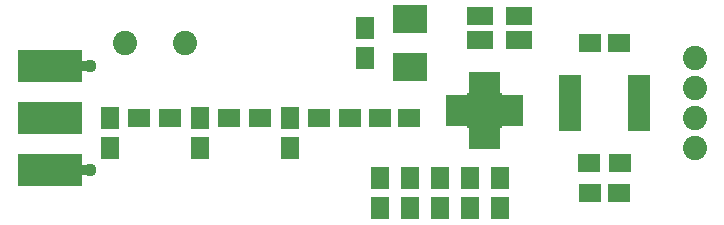
<source format=gts>
G04 #@! TF.FileFunction,Soldermask,Top*
%FSLAX46Y46*%
G04 Gerber Fmt 4.6, Leading zero omitted, Abs format (unit mm)*
G04 Created by KiCad (PCBNEW 0.201511192131+6326~38~ubuntu14.04.1-stable) date Sun 22 Nov 2015 09:07:30 PM CST*
%MOMM*%
G01*
G04 APERTURE LIST*
%ADD10C,0.127000*%
%ADD11R,1.650000X1.900000*%
%ADD12R,1.900000X1.650000*%
%ADD13R,1.901140X1.598880*%
%ADD14R,2.900000X2.400000*%
%ADD15C,1.111200*%
%ADD16R,1.289000X0.857200*%
%ADD17R,5.480000X2.813000*%
%ADD18R,5.480000X2.686000*%
%ADD19C,2.051000*%
%ADD20R,1.598880X1.901140*%
%ADD21R,1.850000X0.850000*%
%ADD22R,2.300000X1.600000*%
%ADD23R,1.900000X0.650000*%
%ADD24R,0.650000X1.900000*%
G04 APERTURE END LIST*
D10*
D11*
X95250000Y-109200000D03*
X95250000Y-106700000D03*
X102870000Y-109200000D03*
X102870000Y-106700000D03*
X110490000Y-109200000D03*
X110490000Y-106700000D03*
D12*
X120630000Y-106680000D03*
X118130000Y-106680000D03*
D11*
X116840000Y-99080000D03*
X116840000Y-101580000D03*
X118110000Y-111780000D03*
X118110000Y-114280000D03*
X120650000Y-111780000D03*
X120650000Y-114280000D03*
X123190000Y-111780000D03*
X123190000Y-114280000D03*
X128270000Y-111780000D03*
X128270000Y-114280000D03*
D12*
X138410000Y-100330000D03*
X135910000Y-100330000D03*
X135910000Y-113030000D03*
X138410000Y-113030000D03*
D13*
X100360480Y-106680000D03*
X97759520Y-106680000D03*
X107980480Y-106680000D03*
X105379520Y-106680000D03*
X115600480Y-106680000D03*
X112999520Y-106680000D03*
D14*
X120650000Y-102330000D03*
X120650000Y-98330000D03*
D15*
X93599000Y-111061500D03*
D16*
X93154500Y-111061500D03*
D17*
X90170000Y-111061500D03*
D18*
X90170000Y-106680000D03*
D17*
X90170000Y-102298500D03*
D16*
X93154500Y-102298500D03*
D15*
X93599000Y-102298500D03*
D19*
X144780000Y-101600000D03*
X144780000Y-104140000D03*
X144780000Y-106680000D03*
X144780000Y-109220000D03*
D20*
X125730000Y-111729520D03*
X125730000Y-114330480D03*
D13*
X135859520Y-110490000D03*
X138460480Y-110490000D03*
D21*
X134210000Y-103460000D03*
X134210000Y-104110000D03*
X134210000Y-104760000D03*
X134210000Y-105410000D03*
X134210000Y-106060000D03*
X134210000Y-106710000D03*
X134210000Y-107360000D03*
X140110000Y-107360000D03*
X140110000Y-106710000D03*
X140110000Y-106060000D03*
X140110000Y-105410000D03*
X140110000Y-104760000D03*
X140110000Y-104110000D03*
X140110000Y-103460000D03*
D22*
X126620000Y-98060000D03*
X129920000Y-100060000D03*
X126620000Y-100060000D03*
X129920000Y-98060000D03*
D19*
X96520000Y-100330000D03*
X101600000Y-100330000D03*
D23*
X129330000Y-105045000D03*
X124670000Y-105045000D03*
X124670000Y-105545000D03*
X124670000Y-106045000D03*
X124670000Y-106545000D03*
X124670000Y-107045000D03*
X129330000Y-107045000D03*
X129330000Y-106545000D03*
X129330000Y-106045000D03*
X129330000Y-105545000D03*
D24*
X128000000Y-108375000D03*
D10*
G36*
X125500000Y-107545000D02*
X125500000Y-104545000D01*
X128500000Y-104545000D01*
X128500000Y-107545000D01*
X125500000Y-107545000D01*
X125500000Y-107545000D01*
G37*
D24*
X126000000Y-108375000D03*
X126500000Y-108375000D03*
X127000000Y-108375000D03*
X127500000Y-108375000D03*
X128000000Y-103715000D03*
X127500000Y-103715000D03*
X127000000Y-103715000D03*
X126500000Y-103715000D03*
X126000000Y-103715000D03*
M02*

</source>
